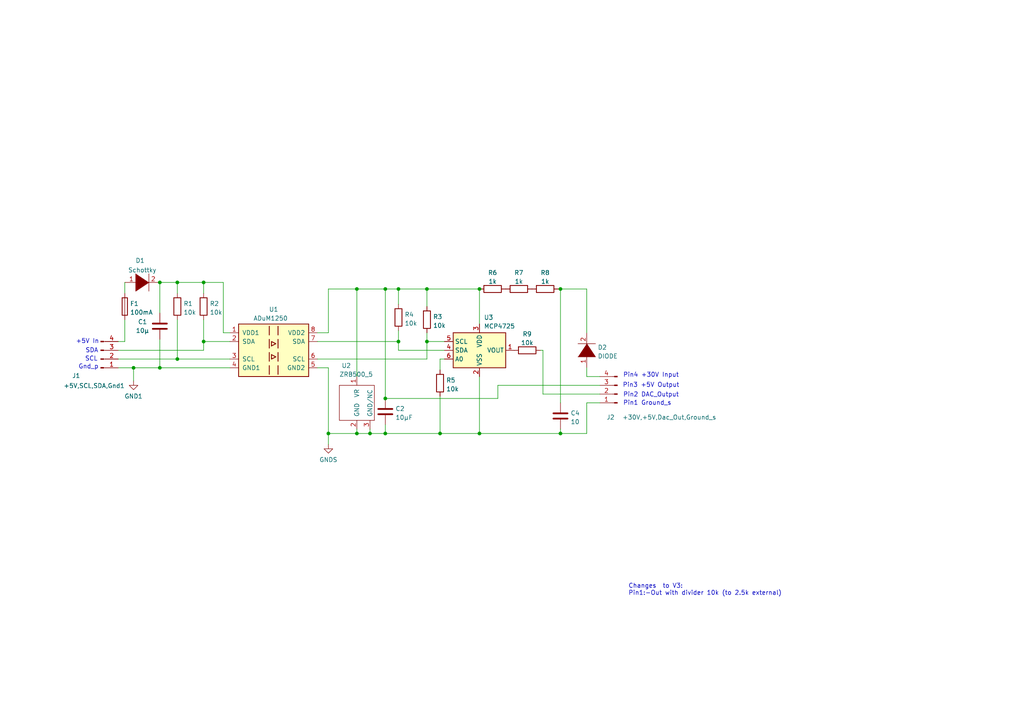
<source format=kicad_sch>
(kicad_sch (version 20211123) (generator eeschema)

  (uuid 6c2d679b-4a9f-4cce-a301-7f8a606e5441)

  (paper "A4")

  (lib_symbols
    (symbol "Analog_DAC:MCP4725xxx-xCH" (in_bom yes) (on_board yes)
      (property "Reference" "U" (id 0) (at -6.35 6.35 0)
        (effects (font (size 1.27 1.27)))
      )
      (property "Value" "MCP4725xxx-xCH" (id 1) (at 8.89 6.35 0)
        (effects (font (size 1.27 1.27)))
      )
      (property "Footprint" "Package_TO_SOT_SMD:SOT-23-6" (id 2) (at 0 -6.35 0)
        (effects (font (size 1.27 1.27)) hide)
      )
      (property "Datasheet" "http://ww1.microchip.com/downloads/en/DeviceDoc/22039d.pdf" (id 3) (at 0 0 0)
        (effects (font (size 1.27 1.27)) hide)
      )
      (property "ki_keywords" "dac twi" (id 4) (at 0 0 0)
        (effects (font (size 1.27 1.27)) hide)
      )
      (property "ki_description" "12-bit Digital-to-Analog Converter, integrated EEPROM, I2C interface, SOT-23-6" (id 5) (at 0 0 0)
        (effects (font (size 1.27 1.27)) hide)
      )
      (property "ki_fp_filters" "SOT?23*" (id 6) (at 0 0 0)
        (effects (font (size 1.27 1.27)) hide)
      )
      (symbol "MCP4725xxx-xCH_0_1"
        (rectangle (start -7.62 5.08) (end 7.62 -5.08)
          (stroke (width 0.254) (type default) (color 0 0 0 0))
          (fill (type background))
        )
      )
      (symbol "MCP4725xxx-xCH_1_1"
        (pin output line (at 10.16 0 180) (length 2.54)
          (name "VOUT" (effects (font (size 1.27 1.27))))
          (number "1" (effects (font (size 1.27 1.27))))
        )
        (pin power_in line (at 0 -7.62 90) (length 2.54)
          (name "VSS" (effects (font (size 1.27 1.27))))
          (number "2" (effects (font (size 1.27 1.27))))
        )
        (pin power_in line (at 0 7.62 270) (length 2.54)
          (name "VDD" (effects (font (size 1.27 1.27))))
          (number "3" (effects (font (size 1.27 1.27))))
        )
        (pin bidirectional line (at -10.16 0 0) (length 2.54)
          (name "SDA" (effects (font (size 1.27 1.27))))
          (number "4" (effects (font (size 1.27 1.27))))
        )
        (pin input line (at -10.16 2.54 0) (length 2.54)
          (name "SCL" (effects (font (size 1.27 1.27))))
          (number "5" (effects (font (size 1.27 1.27))))
        )
        (pin input line (at -10.16 -2.54 0) (length 2.54)
          (name "A0" (effects (font (size 1.27 1.27))))
          (number "6" (effects (font (size 1.27 1.27))))
        )
      )
    )
    (symbol "Connector:Conn_01x04_Male" (pin_names (offset 1.016) hide) (in_bom yes) (on_board yes)
      (property "Reference" "J" (id 0) (at 0 5.08 0)
        (effects (font (size 1.27 1.27)))
      )
      (property "Value" "Conn_01x04_Male" (id 1) (at 0 -7.62 0)
        (effects (font (size 1.27 1.27)))
      )
      (property "Footprint" "" (id 2) (at 0 0 0)
        (effects (font (size 1.27 1.27)) hide)
      )
      (property "Datasheet" "~" (id 3) (at 0 0 0)
        (effects (font (size 1.27 1.27)) hide)
      )
      (property "ki_keywords" "connector" (id 4) (at 0 0 0)
        (effects (font (size 1.27 1.27)) hide)
      )
      (property "ki_description" "Generic connector, single row, 01x04, script generated (kicad-library-utils/schlib/autogen/connector/)" (id 5) (at 0 0 0)
        (effects (font (size 1.27 1.27)) hide)
      )
      (property "ki_fp_filters" "Connector*:*_1x??_*" (id 6) (at 0 0 0)
        (effects (font (size 1.27 1.27)) hide)
      )
      (symbol "Conn_01x04_Male_1_1"
        (polyline
          (pts
            (xy 1.27 -5.08)
            (xy 0.8636 -5.08)
          )
          (stroke (width 0.1524) (type default) (color 0 0 0 0))
          (fill (type none))
        )
        (polyline
          (pts
            (xy 1.27 -2.54)
            (xy 0.8636 -2.54)
          )
          (stroke (width 0.1524) (type default) (color 0 0 0 0))
          (fill (type none))
        )
        (polyline
          (pts
            (xy 1.27 0)
            (xy 0.8636 0)
          )
          (stroke (width 0.1524) (type default) (color 0 0 0 0))
          (fill (type none))
        )
        (polyline
          (pts
            (xy 1.27 2.54)
            (xy 0.8636 2.54)
          )
          (stroke (width 0.1524) (type default) (color 0 0 0 0))
          (fill (type none))
        )
        (rectangle (start 0.8636 -4.953) (end 0 -5.207)
          (stroke (width 0.1524) (type default) (color 0 0 0 0))
          (fill (type outline))
        )
        (rectangle (start 0.8636 -2.413) (end 0 -2.667)
          (stroke (width 0.1524) (type default) (color 0 0 0 0))
          (fill (type outline))
        )
        (rectangle (start 0.8636 0.127) (end 0 -0.127)
          (stroke (width 0.1524) (type default) (color 0 0 0 0))
          (fill (type outline))
        )
        (rectangle (start 0.8636 2.667) (end 0 2.413)
          (stroke (width 0.1524) (type default) (color 0 0 0 0))
          (fill (type outline))
        )
        (pin passive line (at 5.08 2.54 180) (length 3.81)
          (name "Pin_1" (effects (font (size 1.27 1.27))))
          (number "1" (effects (font (size 1.27 1.27))))
        )
        (pin passive line (at 5.08 0 180) (length 3.81)
          (name "Pin_2" (effects (font (size 1.27 1.27))))
          (number "2" (effects (font (size 1.27 1.27))))
        )
        (pin passive line (at 5.08 -2.54 180) (length 3.81)
          (name "Pin_3" (effects (font (size 1.27 1.27))))
          (number "3" (effects (font (size 1.27 1.27))))
        )
        (pin passive line (at 5.08 -5.08 180) (length 3.81)
          (name "Pin_4" (effects (font (size 1.27 1.27))))
          (number "4" (effects (font (size 1.27 1.27))))
        )
      )
    )
    (symbol "Device:C" (pin_numbers hide) (pin_names (offset 0.254)) (in_bom yes) (on_board yes)
      (property "Reference" "C" (id 0) (at 0.635 2.54 0)
        (effects (font (size 1.27 1.27)) (justify left))
      )
      (property "Value" "C" (id 1) (at 0.635 -2.54 0)
        (effects (font (size 1.27 1.27)) (justify left))
      )
      (property "Footprint" "" (id 2) (at 0.9652 -3.81 0)
        (effects (font (size 1.27 1.27)) hide)
      )
      (property "Datasheet" "~" (id 3) (at 0 0 0)
        (effects (font (size 1.27 1.27)) hide)
      )
      (property "ki_keywords" "cap capacitor" (id 4) (at 0 0 0)
        (effects (font (size 1.27 1.27)) hide)
      )
      (property "ki_description" "Unpolarized capacitor" (id 5) (at 0 0 0)
        (effects (font (size 1.27 1.27)) hide)
      )
      (property "ki_fp_filters" "C_*" (id 6) (at 0 0 0)
        (effects (font (size 1.27 1.27)) hide)
      )
      (symbol "C_0_1"
        (polyline
          (pts
            (xy -2.032 -0.762)
            (xy 2.032 -0.762)
          )
          (stroke (width 0.508) (type default) (color 0 0 0 0))
          (fill (type none))
        )
        (polyline
          (pts
            (xy -2.032 0.762)
            (xy 2.032 0.762)
          )
          (stroke (width 0.508) (type default) (color 0 0 0 0))
          (fill (type none))
        )
      )
      (symbol "C_1_1"
        (pin passive line (at 0 3.81 270) (length 2.794)
          (name "~" (effects (font (size 1.27 1.27))))
          (number "1" (effects (font (size 1.27 1.27))))
        )
        (pin passive line (at 0 -3.81 90) (length 2.794)
          (name "~" (effects (font (size 1.27 1.27))))
          (number "2" (effects (font (size 1.27 1.27))))
        )
      )
    )
    (symbol "Device:Fuse" (pin_numbers hide) (pin_names (offset 0)) (in_bom yes) (on_board yes)
      (property "Reference" "F" (id 0) (at 2.032 0 90)
        (effects (font (size 1.27 1.27)))
      )
      (property "Value" "Fuse" (id 1) (at -1.905 0 90)
        (effects (font (size 1.27 1.27)))
      )
      (property "Footprint" "" (id 2) (at -1.778 0 90)
        (effects (font (size 1.27 1.27)) hide)
      )
      (property "Datasheet" "~" (id 3) (at 0 0 0)
        (effects (font (size 1.27 1.27)) hide)
      )
      (property "ki_keywords" "fuse" (id 4) (at 0 0 0)
        (effects (font (size 1.27 1.27)) hide)
      )
      (property "ki_description" "Fuse" (id 5) (at 0 0 0)
        (effects (font (size 1.27 1.27)) hide)
      )
      (property "ki_fp_filters" "*Fuse*" (id 6) (at 0 0 0)
        (effects (font (size 1.27 1.27)) hide)
      )
      (symbol "Fuse_0_1"
        (rectangle (start -0.762 -2.54) (end 0.762 2.54)
          (stroke (width 0.254) (type default) (color 0 0 0 0))
          (fill (type none))
        )
        (polyline
          (pts
            (xy 0 2.54)
            (xy 0 -2.54)
          )
          (stroke (width 0) (type default) (color 0 0 0 0))
          (fill (type none))
        )
      )
      (symbol "Fuse_1_1"
        (pin passive line (at 0 3.81 270) (length 1.27)
          (name "~" (effects (font (size 1.27 1.27))))
          (number "1" (effects (font (size 1.27 1.27))))
        )
        (pin passive line (at 0 -3.81 90) (length 1.27)
          (name "~" (effects (font (size 1.27 1.27))))
          (number "2" (effects (font (size 1.27 1.27))))
        )
      )
    )
    (symbol "Device:R" (pin_numbers hide) (pin_names (offset 0)) (in_bom yes) (on_board yes)
      (property "Reference" "R" (id 0) (at 2.032 0 90)
        (effects (font (size 1.27 1.27)))
      )
      (property "Value" "R" (id 1) (at 0 0 90)
        (effects (font (size 1.27 1.27)))
      )
      (property "Footprint" "" (id 2) (at -1.778 0 90)
        (effects (font (size 1.27 1.27)) hide)
      )
      (property "Datasheet" "~" (id 3) (at 0 0 0)
        (effects (font (size 1.27 1.27)) hide)
      )
      (property "ki_keywords" "R res resistor" (id 4) (at 0 0 0)
        (effects (font (size 1.27 1.27)) hide)
      )
      (property "ki_description" "Resistor" (id 5) (at 0 0 0)
        (effects (font (size 1.27 1.27)) hide)
      )
      (property "ki_fp_filters" "R_*" (id 6) (at 0 0 0)
        (effects (font (size 1.27 1.27)) hide)
      )
      (symbol "R_0_1"
        (rectangle (start -1.016 -2.54) (end 1.016 2.54)
          (stroke (width 0.254) (type default) (color 0 0 0 0))
          (fill (type none))
        )
      )
      (symbol "R_1_1"
        (pin passive line (at 0 3.81 270) (length 1.27)
          (name "~" (effects (font (size 1.27 1.27))))
          (number "1" (effects (font (size 1.27 1.27))))
        )
        (pin passive line (at 0 -3.81 90) (length 1.27)
          (name "~" (effects (font (size 1.27 1.27))))
          (number "2" (effects (font (size 1.27 1.27))))
        )
      )
    )
    (symbol "I2C_ADUM_1-rescue:ZRB500_5-kalle" (pin_names (offset 1.016)) (in_bom yes) (on_board yes)
      (property "Reference" "U2" (id 0) (at 3.175 0.635 0)
        (effects (font (size 1.27 1.27)) (justify left))
      )
      (property "Value" "ZRB500_5" (id 1) (at 2.54 -1.905 0)
        (effects (font (size 1.27 1.27)) (justify left))
      )
      (property "Footprint" "Package_TO_SOT_SMD:SOT-23-3" (id 2) (at 8.89 -25.4 0)
        (effects (font (size 1.27 1.27)) hide)
      )
      (property "Datasheet" "C:\\Users\\kalle\\Documents\\KiCad\\DataSheet\\ZRB500_5V.pdf" (id 3) (at 0 1.27 0)
        (effects (font (size 1.27 1.27)) hide)
      )
      (symbol "ZRB500_5-kalle_0_1"
        (rectangle (start 2.54 -5.08) (end 12.7 -15.24)
          (stroke (width 0) (type default) (color 0 0 0 0))
          (fill (type none))
        )
        (rectangle (start 12.7 -15.24) (end 12.7 -15.24)
          (stroke (width 0) (type default) (color 0 0 0 0))
          (fill (type none))
        )
      )
      (symbol "ZRB500_5-kalle_1_1"
        (pin input line (at 7.62 -2.54 270) (length 2.54)
          (name "VR" (effects (font (size 1.27 1.27))))
          (number "1" (effects (font (size 1.27 1.27))))
        )
        (pin output line (at 7.62 -17.78 90) (length 2.54)
          (name "GND" (effects (font (size 1.27 1.27))))
          (number "2" (effects (font (size 1.27 1.27))))
        )
        (pin output line (at 11.43 -17.78 90) (length 2.54)
          (name "GND/NC" (effects (font (size 1.27 1.27))))
          (number "3" (effects (font (size 1.27 1.27))))
        )
      )
    )
    (symbol "Isolator:ADuM120N" (pin_names (offset 1.016)) (in_bom yes) (on_board yes)
      (property "Reference" "U1" (id 0) (at 0 11.8618 0)
        (effects (font (size 1.27 1.27)))
      )
      (property "Value" "ADuM1250" (id 1) (at -0.889 9.271 0)
        (effects (font (size 1.27 1.27)))
      )
      (property "Footprint" "Package_SO:SOIC-8_3.9x4.9mm_P1.27mm" (id 2) (at 0 -10.16 0)
        (effects (font (size 1.27 1.27) italic) hide)
      )
      (property "Datasheet" "https://www.analog.com/media/en/technical-documentation/data-sheets/ADuM120N_121N.pdf" (id 3) (at -11.43 10.16 0)
        (effects (font (size 1.27 1.27)) hide)
      )
      (property "ki_keywords" "Dual-channel digital isolator" (id 4) (at 0 0 0)
        (effects (font (size 1.27 1.27)) hide)
      )
      (property "ki_description" "Dual-channel digital isolator,1.8 to 5V, 150Mbs, 3kV" (id 5) (at 0 0 0)
        (effects (font (size 1.27 1.27)) hide)
      )
      (property "ki_fp_filters" "SOIC*3.9x4.9mm*P1.27mm*" (id 6) (at 0 0 0)
        (effects (font (size 1.27 1.27)) hide)
      )
      (symbol "ADuM120N_0_1"
        (rectangle (start -10.16 7.62) (end 10.16 -7.62)
          (stroke (width 0.254) (type default) (color 0 0 0 0))
          (fill (type background))
        )
        (polyline
          (pts
            (xy -1.27 -4.445)
            (xy -1.27 -6.985)
          )
          (stroke (width 0.254) (type default) (color 0 0 0 0))
          (fill (type none))
        )
        (polyline
          (pts
            (xy -1.27 -0.635)
            (xy -1.27 -3.175)
          )
          (stroke (width 0.254) (type default) (color 0 0 0 0))
          (fill (type none))
        )
        (polyline
          (pts
            (xy -1.27 3.175)
            (xy -1.27 0.635)
          )
          (stroke (width 0.254) (type default) (color 0 0 0 0))
          (fill (type none))
        )
        (polyline
          (pts
            (xy -1.27 6.985)
            (xy -1.27 4.445)
          )
          (stroke (width 0.254) (type default) (color 0 0 0 0))
          (fill (type none))
        )
        (polyline
          (pts
            (xy 1.27 -4.445)
            (xy 1.27 -6.985)
          )
          (stroke (width 0.254) (type default) (color 0 0 0 0))
          (fill (type none))
        )
        (polyline
          (pts
            (xy 1.27 -0.635)
            (xy 1.27 -3.175)
          )
          (stroke (width 0.254) (type default) (color 0 0 0 0))
          (fill (type none))
        )
        (polyline
          (pts
            (xy 1.27 3.175)
            (xy 1.27 0.635)
          )
          (stroke (width 0.254) (type default) (color 0 0 0 0))
          (fill (type none))
        )
        (polyline
          (pts
            (xy 1.27 6.985)
            (xy 1.27 4.445)
          )
          (stroke (width 0.254) (type default) (color 0 0 0 0))
          (fill (type none))
        )
        (polyline
          (pts
            (xy -0.635 -1.27)
            (xy -0.635 -2.54)
            (xy 0.635 -1.905)
            (xy -0.635 -1.27)
          )
          (stroke (width 0.254) (type default) (color 0 0 0 0))
          (fill (type none))
        )
        (polyline
          (pts
            (xy -0.635 1.27)
            (xy 0.635 1.905)
            (xy -0.635 2.54)
            (xy -0.635 1.27)
          )
          (stroke (width 0.254) (type default) (color 0 0 0 0))
          (fill (type none))
        )
      )
      (symbol "ADuM120N_1_1"
        (pin power_in line (at -12.7 5.08 0) (length 2.54)
          (name "VDD1" (effects (font (size 1.27 1.27))))
          (number "1" (effects (font (size 1.27 1.27))))
        )
        (pin input line (at -12.7 2.54 0) (length 2.54)
          (name "SDA" (effects (font (size 1.27 1.27))))
          (number "2" (effects (font (size 1.27 1.27))))
        )
        (pin input line (at -12.7 -2.54 0) (length 2.54)
          (name "SCL" (effects (font (size 1.27 1.27))))
          (number "3" (effects (font (size 1.27 1.27))))
        )
        (pin power_in line (at -12.7 -5.08 0) (length 2.54)
          (name "GND1" (effects (font (size 1.27 1.27))))
          (number "4" (effects (font (size 1.27 1.27))))
        )
        (pin power_in line (at 12.7 -5.08 180) (length 2.54)
          (name "GND2" (effects (font (size 1.27 1.27))))
          (number "5" (effects (font (size 1.27 1.27))))
        )
        (pin output line (at 12.7 -2.54 180) (length 2.54)
          (name "SCL" (effects (font (size 1.27 1.27))))
          (number "6" (effects (font (size 1.27 1.27))))
        )
        (pin output line (at 12.7 2.54 180) (length 2.54)
          (name "SDA" (effects (font (size 1.27 1.27))))
          (number "7" (effects (font (size 1.27 1.27))))
        )
        (pin power_in line (at 12.7 5.08 180) (length 2.54)
          (name "VDD2" (effects (font (size 1.27 1.27))))
          (number "8" (effects (font (size 1.27 1.27))))
        )
      )
    )
    (symbol "power:GND1" (power) (pin_names (offset 0)) (in_bom yes) (on_board yes)
      (property "Reference" "#PWR" (id 0) (at 0 -6.35 0)
        (effects (font (size 1.27 1.27)) hide)
      )
      (property "Value" "GND1" (id 1) (at 0 -3.81 0)
        (effects (font (size 1.27 1.27)))
      )
      (property "Footprint" "" (id 2) (at 0 0 0)
        (effects (font (size 1.27 1.27)) hide)
      )
      (property "Datasheet" "" (id 3) (at 0 0 0)
        (effects (font (size 1.27 1.27)) hide)
      )
      (property "ki_keywords" "global power" (id 4) (at 0 0 0)
        (effects (font (size 1.27 1.27)) hide)
      )
      (property "ki_description" "Power symbol creates a global label with name \"GND1\" , ground" (id 5) (at 0 0 0)
        (effects (font (size 1.27 1.27)) hide)
      )
      (symbol "GND1_0_1"
        (polyline
          (pts
            (xy 0 0)
            (xy 0 -1.27)
            (xy 1.27 -1.27)
            (xy 0 -2.54)
            (xy -1.27 -1.27)
            (xy 0 -1.27)
          )
          (stroke (width 0) (type default) (color 0 0 0 0))
          (fill (type none))
        )
      )
      (symbol "GND1_1_1"
        (pin power_in line (at 0 0 270) (length 0) hide
          (name "GND1" (effects (font (size 1.27 1.27))))
          (number "1" (effects (font (size 1.27 1.27))))
        )
      )
    )
    (symbol "power:GNDS" (power) (pin_names (offset 0)) (in_bom yes) (on_board yes)
      (property "Reference" "#PWR" (id 0) (at 0 -6.35 0)
        (effects (font (size 1.27 1.27)) hide)
      )
      (property "Value" "GNDS" (id 1) (at 0 -3.81 0)
        (effects (font (size 1.27 1.27)))
      )
      (property "Footprint" "" (id 2) (at 0 0 0)
        (effects (font (size 1.27 1.27)) hide)
      )
      (property "Datasheet" "" (id 3) (at 0 0 0)
        (effects (font (size 1.27 1.27)) hide)
      )
      (property "ki_keywords" "global power" (id 4) (at 0 0 0)
        (effects (font (size 1.27 1.27)) hide)
      )
      (property "ki_description" "Power symbol creates a global label with name \"GNDS\" , signal ground" (id 5) (at 0 0 0)
        (effects (font (size 1.27 1.27)) hide)
      )
      (symbol "GNDS_0_1"
        (polyline
          (pts
            (xy 0 0)
            (xy 0 -1.27)
            (xy 1.27 -1.27)
            (xy 0 -2.54)
            (xy -1.27 -1.27)
            (xy 0 -1.27)
          )
          (stroke (width 0) (type default) (color 0 0 0 0))
          (fill (type none))
        )
      )
      (symbol "GNDS_1_1"
        (pin power_in line (at 0 0 270) (length 0) hide
          (name "GNDS" (effects (font (size 1.27 1.27))))
          (number "1" (effects (font (size 1.27 1.27))))
        )
      )
    )
    (symbol "pspice:DIODE" (pin_names (offset 1.016) hide) (in_bom yes) (on_board yes)
      (property "Reference" "D" (id 0) (at 0 3.81 0)
        (effects (font (size 1.27 1.27)))
      )
      (property "Value" "DIODE" (id 1) (at 0 -4.445 0)
        (effects (font (size 1.27 1.27)))
      )
      (property "Footprint" "" (id 2) (at 0 0 0)
        (effects (font (size 1.27 1.27)) hide)
      )
      (property "Datasheet" "~" (id 3) (at 0 0 0)
        (effects (font (size 1.27 1.27)) hide)
      )
      (property "ki_keywords" "simulation" (id 4) (at 0 0 0)
        (effects (font (size 1.27 1.27)) hide)
      )
      (property "ki_description" "Diode symbol for simulation only. Pin order incompatible with official kicad footprints" (id 5) (at 0 0 0)
        (effects (font (size 1.27 1.27)) hide)
      )
      (symbol "DIODE_0_1"
        (polyline
          (pts
            (xy 1.905 2.54)
            (xy 1.905 -2.54)
          )
          (stroke (width 0) (type default) (color 0 0 0 0))
          (fill (type none))
        )
        (polyline
          (pts
            (xy -1.905 2.54)
            (xy -1.905 -2.54)
            (xy 1.905 0)
          )
          (stroke (width 0) (type default) (color 0 0 0 0))
          (fill (type outline))
        )
      )
      (symbol "DIODE_1_1"
        (pin input line (at -5.08 0 0) (length 3.81)
          (name "K" (effects (font (size 1.27 1.27))))
          (number "1" (effects (font (size 1.27 1.27))))
        )
        (pin input line (at 5.08 0 180) (length 3.81)
          (name "A" (effects (font (size 1.27 1.27))))
          (number "2" (effects (font (size 1.27 1.27))))
        )
      )
    )
  )

  (junction (at 162.56 83.82) (diameter 0) (color 0 0 0 0)
    (uuid 03725151-e4b9-4006-bc5c-7dfa56c0e188)
  )
  (junction (at 95.25 125.73) (diameter 0) (color 0 0 0 0)
    (uuid 0f55925a-4aea-402a-ad95-3beba76fc700)
  )
  (junction (at 38.735 106.68) (diameter 0) (color 0 0 0 0)
    (uuid 107d93aa-d75f-47d0-9a7d-524795a3f87e)
  )
  (junction (at 127.635 125.73) (diameter 0) (color 0 0 0 0)
    (uuid 18bee2f2-7b7d-4788-bf1a-b3a00ba0c134)
  )
  (junction (at 111.76 115.57) (diameter 0) (color 0 0 0 0)
    (uuid 1e9d2afa-ff02-4fa3-a29a-65e370a499e8)
  )
  (junction (at 51.435 81.915) (diameter 0) (color 0 0 0 0)
    (uuid 2a896d2c-4134-4629-969a-8ba218a544e7)
  )
  (junction (at 139.065 125.73) (diameter 0) (color 0 0 0 0)
    (uuid 33aba918-ae60-4346-9283-7b0bc91a172a)
  )
  (junction (at 123.825 99.06) (diameter 0) (color 0 0 0 0)
    (uuid 3c7947ee-2a5d-4d71-ad61-0be422a1108f)
  )
  (junction (at 162.56 125.73) (diameter 0) (color 0 0 0 0)
    (uuid 3f1d6cfc-9b2a-451a-b6c1-af9d27f7d24d)
  )
  (junction (at 123.825 83.82) (diameter 0) (color 0 0 0 0)
    (uuid 4dd5ddd6-6706-433b-a0ce-ed9df74d4bde)
  )
  (junction (at 111.76 125.73) (diameter 0) (color 0 0 0 0)
    (uuid 6285e1ec-11dd-41a1-aeee-5d69d8595cfd)
  )
  (junction (at 51.435 104.14) (diameter 0) (color 0 0 0 0)
    (uuid 71640518-bae2-4b49-bc48-fd713c4b46cc)
  )
  (junction (at 115.57 99.06) (diameter 0) (color 0 0 0 0)
    (uuid 7f225df3-0708-42a8-9a94-f5a57ecfba49)
  )
  (junction (at 139.065 83.82) (diameter 0) (color 0 0 0 0)
    (uuid 7fc4c419-49ca-4d0d-b093-35be6447ef93)
  )
  (junction (at 59.055 99.06) (diameter 0) (color 0 0 0 0)
    (uuid 82d0d7b6-615b-4e43-8315-8eece247c779)
  )
  (junction (at 46.355 81.915) (diameter 0) (color 0 0 0 0)
    (uuid 8630d31e-90c1-42af-ad02-8dc56af80938)
  )
  (junction (at 46.355 106.68) (diameter 0) (color 0 0 0 0)
    (uuid a140afad-1062-449a-aa5c-9f806004ff44)
  )
  (junction (at 103.505 125.73) (diameter 0) (color 0 0 0 0)
    (uuid b0fcb80e-c87e-407b-bae9-e1da10bfa59b)
  )
  (junction (at 115.57 83.82) (diameter 0) (color 0 0 0 0)
    (uuid b8a0ade3-bf34-4766-958d-7cd507dcad2f)
  )
  (junction (at 111.76 83.82) (diameter 0) (color 0 0 0 0)
    (uuid d498810d-e9f9-4fc4-96e3-cfd146d25f77)
  )
  (junction (at 59.055 81.915) (diameter 0) (color 0 0 0 0)
    (uuid d7205293-41b7-42a7-9220-9ddab4c9b2b0)
  )
  (junction (at 107.315 125.73) (diameter 0) (color 0 0 0 0)
    (uuid d8e2d08a-eb35-4c6f-a0dc-6681ca30c674)
  )
  (junction (at 103.505 83.82) (diameter 0) (color 0 0 0 0)
    (uuid db784abc-29a7-4b6a-aa75-b00af6c22c02)
  )

  (wire (pts (xy 157.48 101.6) (xy 156.718 101.6))
    (stroke (width 0) (type default) (color 0 0 0 0))
    (uuid 0326292b-4b9f-4388-ad2c-57ec87206763)
  )
  (wire (pts (xy 161.925 83.82) (xy 162.56 83.82))
    (stroke (width 0) (type default) (color 0 0 0 0))
    (uuid 05864173-5cf9-4c79-af48-ece886b5df43)
  )
  (wire (pts (xy 38.735 110.49) (xy 38.735 106.68))
    (stroke (width 0) (type default) (color 0 0 0 0))
    (uuid 061ce88d-6749-41b9-b3df-53516a789d95)
  )
  (wire (pts (xy 170.18 96.52) (xy 170.18 83.82))
    (stroke (width 0) (type default) (color 0 0 0 0))
    (uuid 0995f1a1-0e9b-4219-9fbb-a06b638fd3d9)
  )
  (wire (pts (xy 170.18 116.84) (xy 173.99 116.84))
    (stroke (width 0) (type default) (color 0 0 0 0))
    (uuid 0c37d35a-185e-418d-950f-6c296d539492)
  )
  (wire (pts (xy 59.055 92.71) (xy 59.055 99.06))
    (stroke (width 0) (type default) (color 0 0 0 0))
    (uuid 0e240ffe-9505-45ad-b903-ba3c1aba437f)
  )
  (wire (pts (xy 123.825 104.14) (xy 123.825 99.06))
    (stroke (width 0) (type default) (color 0 0 0 0))
    (uuid 107a3486-a957-4a2e-b08c-77bad1b0f936)
  )
  (wire (pts (xy 95.25 106.68) (xy 95.25 125.73))
    (stroke (width 0) (type default) (color 0 0 0 0))
    (uuid 13b0c5ee-dc5f-40b1-94ff-fe68a61baaea)
  )
  (wire (pts (xy 115.57 83.82) (xy 123.825 83.82))
    (stroke (width 0) (type default) (color 0 0 0 0))
    (uuid 14da05ff-d369-4fa4-af94-3bc881d415eb)
  )
  (wire (pts (xy 115.57 99.06) (xy 115.57 101.6))
    (stroke (width 0) (type default) (color 0 0 0 0))
    (uuid 19e24722-0fb8-4c84-9e9c-35974fa4b106)
  )
  (wire (pts (xy 64.77 96.52) (xy 66.675 96.52))
    (stroke (width 0) (type default) (color 0 0 0 0))
    (uuid 219a286c-634b-49c5-9a81-7ead67622540)
  )
  (wire (pts (xy 36.195 81.915) (xy 36.195 85.09))
    (stroke (width 0) (type default) (color 0 0 0 0))
    (uuid 219be19f-a2fe-4743-8f48-27e97c0646e5)
  )
  (wire (pts (xy 64.77 81.915) (xy 64.77 96.52))
    (stroke (width 0) (type default) (color 0 0 0 0))
    (uuid 21a39d0f-25ff-4a48-8311-d04713543222)
  )
  (wire (pts (xy 111.76 83.82) (xy 115.57 83.82))
    (stroke (width 0) (type default) (color 0 0 0 0))
    (uuid 2c66b8f8-6749-4f3b-9b8e-6fa65f473f35)
  )
  (wire (pts (xy 170.18 109.22) (xy 173.99 109.22))
    (stroke (width 0) (type default) (color 0 0 0 0))
    (uuid 2c7e30ed-8cd8-4a05-9f93-580d3f918add)
  )
  (wire (pts (xy 162.56 83.82) (xy 170.18 83.82))
    (stroke (width 0) (type default) (color 0 0 0 0))
    (uuid 2caeee17-1637-41cc-8391-f6ef9e5d2797)
  )
  (wire (pts (xy 115.57 95.885) (xy 115.57 99.06))
    (stroke (width 0) (type default) (color 0 0 0 0))
    (uuid 2dfb60b1-1381-4750-bcac-f8852c84c2fd)
  )
  (wire (pts (xy 123.825 99.06) (xy 128.905 99.06))
    (stroke (width 0) (type default) (color 0 0 0 0))
    (uuid 2e60b8da-b667-4e56-9c36-0d9ebc586039)
  )
  (wire (pts (xy 157.48 101.6) (xy 157.48 114.3))
    (stroke (width 0) (type default) (color 0 0 0 0))
    (uuid 30b5cfdb-0cf0-4bd4-b0a1-af8aacf72c06)
  )
  (wire (pts (xy 34.29 104.14) (xy 51.435 104.14))
    (stroke (width 0) (type default) (color 0 0 0 0))
    (uuid 3101ff60-a8ea-4390-bc35-a5a6e57da932)
  )
  (wire (pts (xy 170.18 125.73) (xy 170.18 116.84))
    (stroke (width 0) (type default) (color 0 0 0 0))
    (uuid 32601648-b568-4a53-ac9a-57e3b21c9340)
  )
  (wire (pts (xy 103.505 83.82) (xy 111.76 83.82))
    (stroke (width 0) (type default) (color 0 0 0 0))
    (uuid 36e08ac8-0809-4d44-a069-e3e0121c6bdf)
  )
  (wire (pts (xy 162.56 125.73) (xy 170.18 125.73))
    (stroke (width 0) (type default) (color 0 0 0 0))
    (uuid 3a3c49ea-2736-4d9e-b0a9-6beeb2004e67)
  )
  (wire (pts (xy 139.065 125.73) (xy 162.56 125.73))
    (stroke (width 0) (type default) (color 0 0 0 0))
    (uuid 3b7c7f54-da7c-48f1-87ff-86583b1565f2)
  )
  (wire (pts (xy 157.48 114.3) (xy 173.99 114.3))
    (stroke (width 0) (type default) (color 0 0 0 0))
    (uuid 3c6ec1a2-166e-48ab-8573-07cde3bc2393)
  )
  (wire (pts (xy 92.075 104.14) (xy 123.825 104.14))
    (stroke (width 0) (type default) (color 0 0 0 0))
    (uuid 4013f9f1-ad78-44af-a3b6-fa956c020d71)
  )
  (wire (pts (xy 123.825 99.06) (xy 123.825 96.52))
    (stroke (width 0) (type default) (color 0 0 0 0))
    (uuid 40307798-4914-4d97-a523-6bd53a0e9d4a)
  )
  (wire (pts (xy 127.635 104.14) (xy 127.635 107.315))
    (stroke (width 0) (type default) (color 0 0 0 0))
    (uuid 492f6b2f-9eec-45c8-8772-7bd9e1f9802d)
  )
  (wire (pts (xy 170.18 106.68) (xy 170.18 109.22))
    (stroke (width 0) (type default) (color 0 0 0 0))
    (uuid 4aafe9e5-045c-4983-be98-93d1193f318b)
  )
  (wire (pts (xy 107.315 125.73) (xy 107.315 124.46))
    (stroke (width 0) (type default) (color 0 0 0 0))
    (uuid 4c54c525-6a2e-4bfd-81ca-19c33894b67e)
  )
  (wire (pts (xy 144.399 111.76) (xy 173.99 111.76))
    (stroke (width 0) (type default) (color 0 0 0 0))
    (uuid 4d4bad4e-55f6-4d7c-88ae-f44886280f29)
  )
  (wire (pts (xy 111.76 115.57) (xy 144.399 115.57))
    (stroke (width 0) (type default) (color 0 0 0 0))
    (uuid 5b14c4e0-7a05-48f0-8e99-d29e16d7c45a)
  )
  (wire (pts (xy 95.25 128.905) (xy 95.25 125.73))
    (stroke (width 0) (type default) (color 0 0 0 0))
    (uuid 6276283a-010c-41cd-93b9-af04ffaca405)
  )
  (wire (pts (xy 111.76 123.19) (xy 111.76 125.73))
    (stroke (width 0) (type default) (color 0 0 0 0))
    (uuid 7029d62b-8fc7-4a65-98ed-ca3e47f97419)
  )
  (wire (pts (xy 139.065 125.73) (xy 139.065 109.22))
    (stroke (width 0) (type default) (color 0 0 0 0))
    (uuid 72c31792-1f29-4b7c-bbf1-fcec9bd69d89)
  )
  (wire (pts (xy 34.29 101.6) (xy 59.055 101.6))
    (stroke (width 0) (type default) (color 0 0 0 0))
    (uuid 73f9dedc-7bc0-445e-ac29-0e467a6971b4)
  )
  (wire (pts (xy 51.435 85.09) (xy 51.435 81.915))
    (stroke (width 0) (type default) (color 0 0 0 0))
    (uuid 7fefbcf9-832c-4f81-8cff-fbe55e20e9bd)
  )
  (wire (pts (xy 128.905 104.14) (xy 127.635 104.14))
    (stroke (width 0) (type default) (color 0 0 0 0))
    (uuid 819c6829-0a4d-4c92-8279-1f67d8db3a35)
  )
  (wire (pts (xy 51.435 92.71) (xy 51.435 104.14))
    (stroke (width 0) (type default) (color 0 0 0 0))
    (uuid 8605d99b-b76b-4c0c-9b7a-772ef592f4a4)
  )
  (wire (pts (xy 107.315 125.73) (xy 111.76 125.73))
    (stroke (width 0) (type default) (color 0 0 0 0))
    (uuid 8718d60d-1166-47af-9259-64750f797c77)
  )
  (wire (pts (xy 139.065 83.82) (xy 139.065 93.98))
    (stroke (width 0) (type default) (color 0 0 0 0))
    (uuid 87a697f1-198f-4457-89a3-86c5770a52f1)
  )
  (wire (pts (xy 38.735 106.68) (xy 46.355 106.68))
    (stroke (width 0) (type default) (color 0 0 0 0))
    (uuid 87bac605-38ab-4dcd-b648-678482a8256d)
  )
  (wire (pts (xy 115.57 83.82) (xy 115.57 88.265))
    (stroke (width 0) (type default) (color 0 0 0 0))
    (uuid 8e6803b0-ccc4-4572-8f8c-80845703bad3)
  )
  (wire (pts (xy 51.435 104.14) (xy 66.675 104.14))
    (stroke (width 0) (type default) (color 0 0 0 0))
    (uuid 92ab2ef7-5e5c-4baa-8600-d96467984438)
  )
  (wire (pts (xy 59.055 99.06) (xy 66.675 99.06))
    (stroke (width 0) (type default) (color 0 0 0 0))
    (uuid 93d49890-3cc8-4616-9efe-cff0dfe3996d)
  )
  (wire (pts (xy 111.76 125.73) (xy 127.635 125.73))
    (stroke (width 0) (type default) (color 0 0 0 0))
    (uuid 93dd3db1-657e-45ea-98a6-e37216c7e8c1)
  )
  (wire (pts (xy 36.195 92.71) (xy 36.195 99.06))
    (stroke (width 0) (type default) (color 0 0 0 0))
    (uuid 9c2d24f1-0772-40c9-9c9d-3b613d799b22)
  )
  (wire (pts (xy 59.055 81.915) (xy 64.77 81.915))
    (stroke (width 0) (type default) (color 0 0 0 0))
    (uuid a03b46e0-4f11-4f20-8444-977b121ce7c0)
  )
  (wire (pts (xy 127.635 114.935) (xy 127.635 125.73))
    (stroke (width 0) (type default) (color 0 0 0 0))
    (uuid a13e5f2a-27d9-4571-9b91-a0839cd93605)
  )
  (wire (pts (xy 149.098 101.6) (xy 149.225 101.6))
    (stroke (width 0) (type default) (color 0 0 0 0))
    (uuid a47977ee-04cb-4ec2-97c1-3fd8e136f589)
  )
  (wire (pts (xy 162.56 83.82) (xy 162.56 116.84))
    (stroke (width 0) (type default) (color 0 0 0 0))
    (uuid a7160a41-c2cc-40e6-a907-050b5e9ffb2b)
  )
  (wire (pts (xy 144.399 111.76) (xy 144.399 115.57))
    (stroke (width 0) (type default) (color 0 0 0 0))
    (uuid a71c20b1-5405-4c3d-9c19-e1bea429ae47)
  )
  (wire (pts (xy 46.355 106.68) (xy 66.675 106.68))
    (stroke (width 0) (type default) (color 0 0 0 0))
    (uuid accf5fe9-454d-41f2-ab8f-03577ea444f6)
  )
  (wire (pts (xy 59.055 81.915) (xy 59.055 85.09))
    (stroke (width 0) (type default) (color 0 0 0 0))
    (uuid af7008f7-c8ce-4b4d-8347-8adf616435e9)
  )
  (wire (pts (xy 46.355 98.425) (xy 46.355 106.68))
    (stroke (width 0) (type default) (color 0 0 0 0))
    (uuid b1059c75-75a3-4792-9a40-bf7b5a8363ff)
  )
  (wire (pts (xy 95.25 125.73) (xy 103.505 125.73))
    (stroke (width 0) (type default) (color 0 0 0 0))
    (uuid b98931c3-1b4c-456d-b6f9-b1352cfd3b2f)
  )
  (wire (pts (xy 46.355 81.915) (xy 51.435 81.915))
    (stroke (width 0) (type default) (color 0 0 0 0))
    (uuid b99f653e-7fec-4c46-a7f7-cb1fe18f402a)
  )
  (wire (pts (xy 123.825 83.82) (xy 123.825 88.9))
    (stroke (width 0) (type default) (color 0 0 0 0))
    (uuid c6f70f58-bd8e-4c7e-9a75-99e993314daa)
  )
  (wire (pts (xy 92.075 96.52) (xy 95.25 96.52))
    (stroke (width 0) (type default) (color 0 0 0 0))
    (uuid ca604afe-b5f8-4f0d-8dda-ef4839637047)
  )
  (wire (pts (xy 92.075 106.68) (xy 95.25 106.68))
    (stroke (width 0) (type default) (color 0 0 0 0))
    (uuid cfcc25d3-c095-43b5-a12d-1d70831d9fc2)
  )
  (wire (pts (xy 34.29 99.06) (xy 36.195 99.06))
    (stroke (width 0) (type default) (color 0 0 0 0))
    (uuid d01601fa-481c-4e5a-aa74-1490d2d8a83e)
  )
  (wire (pts (xy 162.56 124.46) (xy 162.56 125.73))
    (stroke (width 0) (type default) (color 0 0 0 0))
    (uuid d513fd50-552a-4bf0-9887-0cc694a4695c)
  )
  (wire (pts (xy 103.505 83.82) (xy 103.505 109.22))
    (stroke (width 0) (type default) (color 0 0 0 0))
    (uuid d58fd6ee-31f0-4ff2-94d2-370d281155c5)
  )
  (wire (pts (xy 51.435 81.915) (xy 59.055 81.915))
    (stroke (width 0) (type default) (color 0 0 0 0))
    (uuid d6c1ecf5-4e94-47af-bc81-eb5f99ef4ca8)
  )
  (wire (pts (xy 111.633 115.57) (xy 111.76 115.57))
    (stroke (width 0) (type default) (color 0 0 0 0))
    (uuid d78442ba-faec-4164-bd15-dd30a1ca7255)
  )
  (wire (pts (xy 103.505 125.73) (xy 107.315 125.73))
    (stroke (width 0) (type default) (color 0 0 0 0))
    (uuid dbcd7e1e-78eb-4d81-825f-981377c18f85)
  )
  (wire (pts (xy 92.075 99.06) (xy 115.57 99.06))
    (stroke (width 0) (type default) (color 0 0 0 0))
    (uuid ea5c331d-2aef-4977-a31a-32eac40c7e65)
  )
  (wire (pts (xy 95.25 83.82) (xy 103.505 83.82))
    (stroke (width 0) (type default) (color 0 0 0 0))
    (uuid eb4b70fc-a4ff-4e14-ab4c-0a940b10dd4b)
  )
  (wire (pts (xy 127.635 125.73) (xy 139.065 125.73))
    (stroke (width 0) (type default) (color 0 0 0 0))
    (uuid eb879536-beba-4b6b-a06a-b6c0f4a92d28)
  )
  (wire (pts (xy 46.355 81.915) (xy 46.355 90.805))
    (stroke (width 0) (type default) (color 0 0 0 0))
    (uuid ec025939-70ac-488e-a60e-f315cffdd28a)
  )
  (wire (pts (xy 111.76 83.82) (xy 111.76 115.57))
    (stroke (width 0) (type default) (color 0 0 0 0))
    (uuid f664de33-750b-42b6-a5b3-56b54efb5c0f)
  )
  (wire (pts (xy 103.505 124.46) (xy 103.505 125.73))
    (stroke (width 0) (type default) (color 0 0 0 0))
    (uuid f6ebbe3e-8c15-4180-91c9-d3c89b8d9ea9)
  )
  (wire (pts (xy 123.825 83.82) (xy 139.065 83.82))
    (stroke (width 0) (type default) (color 0 0 0 0))
    (uuid f946cb35-61e3-45cd-867e-315625ad2b47)
  )
  (wire (pts (xy 115.57 101.6) (xy 128.905 101.6))
    (stroke (width 0) (type default) (color 0 0 0 0))
    (uuid fbd3a329-d990-4e3d-b121-8a515971fb3d)
  )
  (wire (pts (xy 59.055 99.06) (xy 59.055 101.6))
    (stroke (width 0) (type default) (color 0 0 0 0))
    (uuid fe53a57b-387f-4a65-804d-080c0558a190)
  )
  (wire (pts (xy 34.29 106.68) (xy 38.735 106.68))
    (stroke (width 0) (type default) (color 0 0 0 0))
    (uuid fed2a252-d077-46e3-9140-b2b15a1c3b22)
  )
  (wire (pts (xy 95.25 96.52) (xy 95.25 83.82))
    (stroke (width 0) (type default) (color 0 0 0 0))
    (uuid ffbde2eb-79dd-42e9-849b-9bed7e048f80)
  )

  (text "Pin2 DAC_Output" (at 180.721 115.316 0)
    (effects (font (size 1.27 1.27)) (justify left bottom))
    (uuid 015cc3ea-b802-4a2f-8a81-76dc383209a4)
  )
  (text "Changes  to V3:\nPin1:-Out with divider 10k (to 2.5k external)"
    (at 182.245 172.847 0)
    (effects (font (size 1.27 1.27)) (justify left bottom))
    (uuid 12ee2fa1-8cdb-4bd0-a4c7-6e90b554a718)
  )
  (text "+5V In" (at 21.971 99.822 0)
    (effects (font (size 1.27 1.27)) (justify left bottom))
    (uuid 33db91b9-5acd-4159-9907-de52226cccb2)
  )
  (text "Pin3 +5V Output" (at 180.594 112.522 0)
    (effects (font (size 1.27 1.27)) (justify left bottom))
    (uuid 597e573a-c5fb-4cb6-ac45-e2b5ffe8ecc4)
  )
  (text "Gnd_p" (at 22.733 107.188 0)
    (effects (font (size 1.27 1.27)) (justify left bottom))
    (uuid 71bdde45-b81f-4e34-80ec-8bd37f4e206b)
  )
  (text "SDA" (at 24.765 102.489 0)
    (effects (font (size 1.27 1.27)) (justify left bottom))
    (uuid 8ecefb2b-96cb-4f2d-95cb-4dbfe5570c5d)
  )
  (text "Pin1 Ground_s" (at 180.721 117.729 0)
    (effects (font (size 1.27 1.27)) (justify left bottom))
    (uuid d25998f5-7b38-4557-a3a8-4b3fc03beb3a)
  )
  (text "SCL" (at 24.638 104.902 0)
    (effects (font (size 1.27 1.27)) (justify left bottom))
    (uuid dee2319e-13d8-40f4-ae0f-f1193b2b42fb)
  )
  (text "Pin4 +30V Input" (at 180.721 109.601 0)
    (effects (font (size 1.27 1.27)) (justify left bottom))
    (uuid fb941427-6729-49f5-bbc6-ee22b16cc8cc)
  )

  (symbol (lib_id "I2C_ADUM_1-rescue:ZRB500_5-kalle") (at 95.885 106.68 0) (unit 1)
    (in_bom yes) (on_board yes)
    (uuid 00000000-0000-0000-0000-000063bce193)
    (property "Reference" "U2" (id 0) (at 99.06 106.045 0)
      (effects (font (size 1.27 1.27)) (justify left))
    )
    (property "Value" "ZRB500_5" (id 1) (at 98.425 108.585 0)
      (effects (font (size 1.27 1.27)) (justify left))
    )
    (property "Footprint" "Package_TO_SOT_SMD:SOT-23-3" (id 2) (at 104.775 132.08 0)
      (effects (font (size 1.27 1.27)) hide)
    )
    (property "Datasheet" "C:\\Users\\kalle\\Documents\\KiCad\\DataSheet\\ZRB500_5V.pdf" (id 3) (at 95.885 105.41 0)
      (effects (font (size 1.27 1.27)) hide)
    )
    (pin "1" (uuid b18456e9-5c1f-47ae-83dc-1537fab5ad17))
    (pin "2" (uuid 84e43977-4b58-47b3-933b-e8efced6b6d3))
    (pin "3" (uuid 0ce2c22c-21da-4769-ad88-49390b9df777))
  )

  (symbol (lib_id "Isolator:ADuM120N") (at 79.375 101.6 0) (unit 1)
    (in_bom yes) (on_board yes)
    (uuid 00000000-0000-0000-0000-000063bce914)
    (property "Reference" "U1" (id 0) (at 79.375 89.7382 0))
    (property "Value" "ADuM1250" (id 1) (at 78.486 92.329 0))
    (property "Footprint" "Package_SO:SOIC-8_3.9x4.9mm_P1.27mm" (id 2) (at 79.375 111.76 0)
      (effects (font (size 1.27 1.27) italic) hide)
    )
    (property "Datasheet" "https://www.analog.com/media/en/technical-documentation/data-sheets/ADuM120N_121N.pdf" (id 3) (at 67.945 91.44 0)
      (effects (font (size 1.27 1.27)) hide)
    )
    (pin "1" (uuid be81e5d9-ef8c-4fad-94c4-0be38783a973))
    (pin "2" (uuid 99f56dd0-18e5-418b-9480-0d8783a8801b))
    (pin "3" (uuid e06de6db-4618-460f-ba8e-ffd5047fb741))
    (pin "4" (uuid 6b3a507a-7681-48f4-9e0c-1aeec8e9d535))
    (pin "5" (uuid e73318d8-fab7-4eda-aebe-2ddda0a8eb04))
    (pin "6" (uuid 0b6ec190-73b6-4914-8779-49ccf42ec9c3))
    (pin "7" (uuid 571ace1f-d351-46e6-837c-5dccdb119876))
    (pin "8" (uuid d5cdc74a-0a46-4e72-b031-909038b65a9c))
  )

  (symbol (lib_id "Analog_DAC:MCP4725xxx-xCH") (at 139.065 101.6 0) (unit 1)
    (in_bom yes) (on_board yes)
    (uuid 00000000-0000-0000-0000-000063bcfb92)
    (property "Reference" "U3" (id 0) (at 140.335 92.075 0)
      (effects (font (size 1.27 1.27)) (justify left))
    )
    (property "Value" "MCP4725" (id 1) (at 140.335 94.615 0)
      (effects (font (size 1.27 1.27)) (justify left))
    )
    (property "Footprint" "Package_TO_SOT_SMD:SOT-23-6" (id 2) (at 139.065 107.95 0)
      (effects (font (size 1.27 1.27)) hide)
    )
    (property "Datasheet" "http://ww1.microchip.com/downloads/en/DeviceDoc/22039d.pdf" (id 3) (at 139.065 101.6 0)
      (effects (font (size 1.27 1.27)) hide)
    )
    (pin "1" (uuid 175c41b7-66e8-48d8-8717-eefeb6a8c246))
    (pin "2" (uuid ca4c6e3f-1f20-4039-b38a-16662269b69e))
    (pin "3" (uuid 18fcd02d-998a-4dc1-9326-20c9a57610c7))
    (pin "4" (uuid 74391b85-ac11-4cd6-be47-ef399541eb53))
    (pin "5" (uuid 6594d99d-3299-489c-936e-45e3f478af46))
    (pin "6" (uuid 9ce80519-172f-498a-b904-aa8cc84de143))
  )

  (symbol (lib_id "Device:R") (at 127.635 111.125 0) (unit 1)
    (in_bom yes) (on_board yes) (fields_autoplaced)
    (uuid 073b4375-af38-4d63-b953-739186652394)
    (property "Reference" "R5" (id 0) (at 129.413 110.2903 0)
      (effects (font (size 1.27 1.27)) (justify left))
    )
    (property "Value" "10k" (id 1) (at 129.413 112.8272 0)
      (effects (font (size 1.27 1.27)) (justify left))
    )
    (property "Footprint" "Resistor_SMD:R_1206_3216Metric_Pad1.30x1.75mm_HandSolder" (id 2) (at 125.857 111.125 90)
      (effects (font (size 1.27 1.27)) hide)
    )
    (property "Datasheet" "~" (id 3) (at 127.635 111.125 0)
      (effects (font (size 1.27 1.27)) hide)
    )
    (pin "1" (uuid 2e90e4e4-0a9a-4992-883d-3520860557f1))
    (pin "2" (uuid 38b97fca-ae39-48c6-8aa8-074a6952c84d))
  )

  (symbol (lib_id "Device:R") (at 152.908 101.6 90) (unit 1)
    (in_bom yes) (on_board yes) (fields_autoplaced)
    (uuid 1d1af1d1-f1ba-48c7-81a9-5e3a8d321db8)
    (property "Reference" "R9" (id 0) (at 152.908 96.8842 90))
    (property "Value" "10k" (id 1) (at 152.908 99.4211 90))
    (property "Footprint" "Resistor_SMD:R_1206_3216Metric_Pad1.30x1.75mm_HandSolder" (id 2) (at 152.908 103.378 90)
      (effects (font (size 1.27 1.27)) hide)
    )
    (property "Datasheet" "~" (id 3) (at 152.908 101.6 0)
      (effects (font (size 1.27 1.27)) hide)
    )
    (pin "1" (uuid 992a7dfa-445e-4408-ad18-6f7196ad1bee))
    (pin "2" (uuid 9eb5fb81-96c4-4d3b-be94-677b71e795b1))
  )

  (symbol (lib_id "pspice:DIODE") (at 170.18 101.6 90) (unit 1)
    (in_bom yes) (on_board yes) (fields_autoplaced)
    (uuid 1f7a58de-44f9-416d-94e2-a0ffa0b185a0)
    (property "Reference" "D2" (id 0) (at 173.355 100.7653 90)
      (effects (font (size 1.27 1.27)) (justify right))
    )
    (property "Value" "DIODE" (id 1) (at 173.355 103.3022 90)
      (effects (font (size 1.27 1.27)) (justify right))
    )
    (property "Footprint" "Diode_SMD:D_0805_2012Metric_Pad1.15x1.40mm_HandSolder" (id 2) (at 170.18 101.6 0)
      (effects (font (size 1.27 1.27)) hide)
    )
    (property "Datasheet" "~" (id 3) (at 170.18 101.6 0)
      (effects (font (size 1.27 1.27)) hide)
    )
    (pin "1" (uuid c57ceac5-f633-467c-b8f9-65e3551245c6))
    (pin "2" (uuid 26cb70ff-3b03-42aa-8783-80c4447dd405))
  )

  (symbol (lib_id "Device:R") (at 158.115 83.82 90) (unit 1)
    (in_bom yes) (on_board yes) (fields_autoplaced)
    (uuid 2c8c7142-ed02-40a0-9157-8239972ab3de)
    (property "Reference" "R8" (id 0) (at 158.115 79.1042 90))
    (property "Value" "1k" (id 1) (at 158.115 81.6411 90))
    (property "Footprint" "Resistor_SMD:R_1206_3216Metric_Pad1.30x1.75mm_HandSolder" (id 2) (at 158.115 85.598 90)
      (effects (font (size 1.27 1.27)) hide)
    )
    (property "Datasheet" "~" (id 3) (at 158.115 83.82 0)
      (effects (font (size 1.27 1.27)) hide)
    )
    (pin "1" (uuid 02ec891f-a55d-4e83-b194-7f8528fa0eaf))
    (pin "2" (uuid fa1a8496-7143-4b64-9278-86741d4438de))
  )

  (symbol (lib_id "Device:C") (at 111.76 119.38 0) (unit 1)
    (in_bom yes) (on_board yes) (fields_autoplaced)
    (uuid 31cd9871-f071-41fe-96c7-e49ae843edcb)
    (property "Reference" "C2" (id 0) (at 114.681 118.5453 0)
      (effects (font (size 1.27 1.27)) (justify left))
    )
    (property "Value" "10µF" (id 1) (at 114.681 121.0822 0)
      (effects (font (size 1.27 1.27)) (justify left))
    )
    (property "Footprint" "Capacitor_SMD:C_1210_3225Metric_Pad1.33x2.70mm_HandSolder" (id 2) (at 112.7252 123.19 0)
      (effects (font (size 1.27 1.27)) hide)
    )
    (property "Datasheet" "~" (id 3) (at 111.76 119.38 0)
      (effects (font (size 1.27 1.27)) hide)
    )
    (pin "1" (uuid bcc2a881-d5c6-47ad-9b81-48825c2ce313))
    (pin "2" (uuid d1ee8d0d-4d2b-4901-b2a1-0dcce30555c7))
  )

  (symbol (lib_id "Device:R") (at 51.435 88.9 0) (unit 1)
    (in_bom yes) (on_board yes) (fields_autoplaced)
    (uuid 3ac6a1bd-a871-42ff-85f0-2d67e5d59e83)
    (property "Reference" "R1" (id 0) (at 53.213 88.0653 0)
      (effects (font (size 1.27 1.27)) (justify left))
    )
    (property "Value" "10k" (id 1) (at 53.213 90.6022 0)
      (effects (font (size 1.27 1.27)) (justify left))
    )
    (property "Footprint" "Resistor_SMD:R_1206_3216Metric_Pad1.30x1.75mm_HandSolder" (id 2) (at 49.657 88.9 90)
      (effects (font (size 1.27 1.27)) hide)
    )
    (property "Datasheet" "~" (id 3) (at 51.435 88.9 0)
      (effects (font (size 1.27 1.27)) hide)
    )
    (pin "1" (uuid 5512b6fb-f6dc-40ef-879b-87f2ad2a7195))
    (pin "2" (uuid aedd75d4-4c3b-4de4-a421-77cc60e9ddc9))
  )

  (symbol (lib_id "Device:C") (at 162.56 120.65 0) (unit 1)
    (in_bom yes) (on_board yes) (fields_autoplaced)
    (uuid 554bd703-e138-4207-91cf-80de6fe55525)
    (property "Reference" "C4" (id 0) (at 165.481 119.8153 0)
      (effects (font (size 1.27 1.27)) (justify left))
    )
    (property "Value" "10" (id 1) (at 165.481 122.3522 0)
      (effects (font (size 1.27 1.27)) (justify left))
    )
    (property "Footprint" "Capacitor_SMD:C_1210_3225Metric_Pad1.33x2.70mm_HandSolder" (id 2) (at 163.5252 124.46 0)
      (effects (font (size 1.27 1.27)) hide)
    )
    (property "Datasheet" "~" (id 3) (at 162.56 120.65 0)
      (effects (font (size 1.27 1.27)) hide)
    )
    (pin "1" (uuid dc34de42-47aa-4154-ae88-2ff2e2ef4bea))
    (pin "2" (uuid 4ec45f1b-9344-4b21-b8f0-e05dca6164ad))
  )

  (symbol (lib_id "power:GND1") (at 38.735 110.49 0) (unit 1)
    (in_bom yes) (on_board yes) (fields_autoplaced)
    (uuid 5688a468-aa9a-4c75-a8f6-c9d8b13b094e)
    (property "Reference" "#PWR0102" (id 0) (at 38.735 116.84 0)
      (effects (font (size 1.27 1.27)) hide)
    )
    (property "Value" "GND1" (id 1) (at 38.735 114.9334 0))
    (property "Footprint" "" (id 2) (at 38.735 110.49 0)
      (effects (font (size 1.27 1.27)) hide)
    )
    (property "Datasheet" "" (id 3) (at 38.735 110.49 0)
      (effects (font (size 1.27 1.27)) hide)
    )
    (pin "1" (uuid cd415260-4222-4f16-b35f-96c9d6caab64))
  )

  (symbol (lib_id "Device:R") (at 115.57 92.075 0) (unit 1)
    (in_bom yes) (on_board yes) (fields_autoplaced)
    (uuid 7b69e35b-4f78-4221-86cc-0dc4dfdf99f5)
    (property "Reference" "R4" (id 0) (at 117.348 91.2403 0)
      (effects (font (size 1.27 1.27)) (justify left))
    )
    (property "Value" "10k" (id 1) (at 117.348 93.7772 0)
      (effects (font (size 1.27 1.27)) (justify left))
    )
    (property "Footprint" "Resistor_SMD:R_1206_3216Metric_Pad1.30x1.75mm_HandSolder" (id 2) (at 113.792 92.075 90)
      (effects (font (size 1.27 1.27)) hide)
    )
    (property "Datasheet" "~" (id 3) (at 115.57 92.075 0)
      (effects (font (size 1.27 1.27)) hide)
    )
    (pin "1" (uuid c4de3517-865b-48fb-8aa3-3b156979467d))
    (pin "2" (uuid dc34c7dc-def6-4ac6-b00a-6d76598e7976))
  )

  (symbol (lib_id "pspice:DIODE") (at 41.275 81.915 0) (unit 1)
    (in_bom yes) (on_board yes)
    (uuid 8d494a70-5ae3-4f1c-b3a9-f290db69625d)
    (property "Reference" "D1" (id 0) (at 40.64 75.565 0))
    (property "Value" "Schottky" (id 1) (at 41.275 78.3391 0))
    (property "Footprint" "Diode_SMD:D_1206_3216Metric_Pad1.42x1.75mm_HandSolder" (id 2) (at 41.275 81.915 0)
      (effects (font (size 1.27 1.27)) hide)
    )
    (property "Datasheet" "~" (id 3) (at 41.275 81.915 0)
      (effects (font (size 1.27 1.27)) hide)
    )
    (pin "1" (uuid 31edcd3a-9dc7-4b44-9355-ad1c9422b4ab))
    (pin "2" (uuid 42dda227-c5d9-4e98-8e47-f177b04a84ea))
  )

  (symbol (lib_id "Connector:Conn_01x04_Male") (at 179.07 114.3 180) (unit 1)
    (in_bom yes) (on_board yes)
    (uuid 8f5d4e3e-88d9-407a-826f-ec00ca32cad5)
    (property "Reference" "J2" (id 0) (at 175.895 121.031 0)
      (effects (font (size 1.27 1.27)) (justify right))
    )
    (property "Value" "+30V,+5V,Dac_Out,Ground_s" (id 1) (at 180.467 121.031 0)
      (effects (font (size 1.27 1.27)) (justify right))
    )
    (property "Footprint" "Connector_PinHeader_2.54mm:PinHeader_1x04_P2.54mm_Vertical" (id 2) (at 179.07 114.3 0)
      (effects (font (size 1.27 1.27)) hide)
    )
    (property "Datasheet" "~" (id 3) (at 179.07 114.3 0)
      (effects (font (size 1.27 1.27)) hide)
    )
    (pin "1" (uuid 01aa271f-9763-4dcc-aa3d-6534830894fc))
    (pin "2" (uuid 2e524540-5747-4cc7-8713-ce4e34fa4037))
    (pin "3" (uuid d7baeb17-a5dc-4662-891e-157d4655c0ec))
    (pin "4" (uuid 16ba9df2-d5ae-49c0-8552-b16967cee42f))
  )

  (symbol (lib_id "Connector:Conn_01x04_Male") (at 29.21 104.14 0) (mirror x) (unit 1)
    (in_bom yes) (on_board yes)
    (uuid 8f885e74-558e-4e73-8e5e-53691944a32e)
    (property "Reference" "J1" (id 0) (at 22.098 108.966 0))
    (property "Value" "+5V,SCL,SDA,Gnd1" (id 1) (at 27.305 111.887 0))
    (property "Footprint" "Connector_PinHeader_2.54mm:PinHeader_1x04_P2.54mm_Vertical" (id 2) (at 29.21 104.14 0)
      (effects (font (size 1.27 1.27)) hide)
    )
    (property "Datasheet" "~" (id 3) (at 29.21 104.14 0)
      (effects (font (size 1.27 1.27)) hide)
    )
    (pin "1" (uuid feb5abb6-83a7-4c9d-b7ae-f0baf1a86769))
    (pin "2" (uuid da46a7ae-1f1c-4b05-96ac-d79324803de9))
    (pin "3" (uuid 0ca4b688-866e-4861-98f2-b123a8745042))
    (pin "4" (uuid 39492cbd-e6e9-43fa-8a8b-b4fbe2a7f96c))
  )

  (symbol (lib_id "power:GNDS") (at 95.25 128.905 0) (unit 1)
    (in_bom yes) (on_board yes) (fields_autoplaced)
    (uuid ae9f028e-ac60-44f5-90fd-ea01a5bc5dac)
    (property "Reference" "#PWR0101" (id 0) (at 95.25 135.255 0)
      (effects (font (size 1.27 1.27)) hide)
    )
    (property "Value" "GNDS" (id 1) (at 95.25 133.3484 0))
    (property "Footprint" "" (id 2) (at 95.25 128.905 0)
      (effects (font (size 1.27 1.27)) hide)
    )
    (property "Datasheet" "" (id 3) (at 95.25 128.905 0)
      (effects (font (size 1.27 1.27)) hide)
    )
    (pin "1" (uuid 88f39398-ee8a-4ee1-8766-cbd9d5697183))
  )

  (symbol (lib_id "Device:R") (at 59.055 88.9 0) (unit 1)
    (in_bom yes) (on_board yes) (fields_autoplaced)
    (uuid b18a1c13-a68f-4848-b626-91d706e6640d)
    (property "Reference" "R2" (id 0) (at 60.833 88.0653 0)
      (effects (font (size 1.27 1.27)) (justify left))
    )
    (property "Value" "10k" (id 1) (at 60.833 90.6022 0)
      (effects (font (size 1.27 1.27)) (justify left))
    )
    (property "Footprint" "Resistor_SMD:R_1206_3216Metric_Pad1.30x1.75mm_HandSolder" (id 2) (at 57.277 88.9 90)
      (effects (font (size 1.27 1.27)) hide)
    )
    (property "Datasheet" "~" (id 3) (at 59.055 88.9 0)
      (effects (font (size 1.27 1.27)) hide)
    )
    (pin "1" (uuid 7af37d56-a6c7-4faf-bb8e-43bc3577ce46))
    (pin "2" (uuid a88a8dc0-399d-432f-937a-c57da863da25))
  )

  (symbol (lib_id "Device:R") (at 150.495 83.82 90) (unit 1)
    (in_bom yes) (on_board yes) (fields_autoplaced)
    (uuid b8153b45-d7e4-4558-8ea7-7e581e60d48d)
    (property "Reference" "R7" (id 0) (at 150.495 79.1042 90))
    (property "Value" "1k" (id 1) (at 150.495 81.6411 90))
    (property "Footprint" "Resistor_SMD:R_1206_3216Metric_Pad1.30x1.75mm_HandSolder" (id 2) (at 150.495 85.598 90)
      (effects (font (size 1.27 1.27)) hide)
    )
    (property "Datasheet" "~" (id 3) (at 150.495 83.82 0)
      (effects (font (size 1.27 1.27)) hide)
    )
    (pin "1" (uuid 1100d0cb-ff06-4738-9b75-efc9c013d4f9))
    (pin "2" (uuid 94e308fe-dc79-4104-bdc0-35866d136a3a))
  )

  (symbol (lib_id "Device:Fuse") (at 36.195 88.9 0) (unit 1)
    (in_bom yes) (on_board yes) (fields_autoplaced)
    (uuid e66def18-d9f4-42c5-bc81-90fd1834ed43)
    (property "Reference" "F1" (id 0) (at 37.719 88.0653 0)
      (effects (font (size 1.27 1.27)) (justify left))
    )
    (property "Value" "100mA" (id 1) (at 37.719 90.6022 0)
      (effects (font (size 1.27 1.27)) (justify left))
    )
    (property "Footprint" "Fuse:Fuse_1206_3216Metric_Pad1.42x1.75mm_HandSolder" (id 2) (at 34.417 88.9 90)
      (effects (font (size 1.27 1.27)) hide)
    )
    (property "Datasheet" "~" (id 3) (at 36.195 88.9 0)
      (effects (font (size 1.27 1.27)) hide)
    )
    (pin "1" (uuid 8064af4d-30ac-4336-9597-e4646a2bbf84))
    (pin "2" (uuid 35e6ca6c-1d8b-47b0-b79e-cfcbcfb902c7))
  )

  (symbol (lib_id "Device:C") (at 46.355 94.615 0) (unit 1)
    (in_bom yes) (on_board yes)
    (uuid e6d2759d-3377-433b-9395-3a201d2db768)
    (property "Reference" "C1" (id 0) (at 40.005 93.345 0)
      (effects (font (size 1.27 1.27)) (justify left))
    )
    (property "Value" "10µ" (id 1) (at 39.37 95.885 0)
      (effects (font (size 1.27 1.27)) (justify left))
    )
    (property "Footprint" "Capacitor_SMD:C_1206_3216Metric_Pad1.33x1.80mm_HandSolder" (id 2) (at 47.3202 98.425 0)
      (effects (font (size 1.27 1.27)) hide)
    )
    (property "Datasheet" "~" (id 3) (at 46.355 94.615 0)
      (effects (font (size 1.27 1.27)) hide)
    )
    (pin "1" (uuid 5556745c-da7c-404b-bfa8-91e7cfbaa156))
    (pin "2" (uuid 1ee0c49a-cea7-4bb6-a508-79957cfce70f))
  )

  (symbol (lib_id "Device:R") (at 142.875 83.82 90) (unit 1)
    (in_bom yes) (on_board yes) (fields_autoplaced)
    (uuid f5ed5dd7-a32a-416f-a0ea-401b0975ca15)
    (property "Reference" "R6" (id 0) (at 142.875 79.1042 90))
    (property "Value" "1k" (id 1) (at 142.875 81.6411 90))
    (property "Footprint" "Resistor_SMD:R_1206_3216Metric_Pad1.30x1.75mm_HandSolder" (id 2) (at 142.875 85.598 90)
      (effects (font (size 1.27 1.27)) hide)
    )
    (property "Datasheet" "~" (id 3) (at 142.875 83.82 0)
      (effects (font (size 1.27 1.27)) hide)
    )
    (pin "1" (uuid fa777f57-8130-4aaf-b7b4-05c8a4e12e23))
    (pin "2" (uuid 4ecf062c-8fd6-4fc1-9244-902041554fc1))
  )

  (symbol (lib_id "Device:R") (at 123.825 92.71 0) (unit 1)
    (in_bom yes) (on_board yes) (fields_autoplaced)
    (uuid fdb021f9-3941-4e95-8806-e63e8ec4d9d2)
    (property "Reference" "R3" (id 0) (at 125.603 91.8753 0)
      (effects (font (size 1.27 1.27)) (justify left))
    )
    (property "Value" "10k" (id 1) (at 125.603 94.4122 0)
      (effects (font (size 1.27 1.27)) (justify left))
    )
    (property "Footprint" "Resistor_SMD:R_1206_3216Metric_Pad1.30x1.75mm_HandSolder" (id 2) (at 122.047 92.71 90)
      (effects (font (size 1.27 1.27)) hide)
    )
    (property "Datasheet" "~" (id 3) (at 123.825 92.71 0)
      (effects (font (size 1.27 1.27)) hide)
    )
    (pin "1" (uuid 609b79c4-aa3c-4173-96b9-76194627747a))
    (pin "2" (uuid f4d307de-14c3-4502-936c-7fc60de17c37))
  )

  (sheet_instances
    (path "/" (page "1"))
  )

  (symbol_instances
    (path "/ae9f028e-ac60-44f5-90fd-ea01a5bc5dac"
      (reference "#PWR0101") (unit 1) (value "GNDS") (footprint "")
    )
    (path "/5688a468-aa9a-4c75-a8f6-c9d8b13b094e"
      (reference "#PWR0102") (unit 1) (value "GND1") (footprint "")
    )
    (path "/e6d2759d-3377-433b-9395-3a201d2db768"
      (reference "C1") (unit 1) (value "10µ") (footprint "Capacitor_SMD:C_1206_3216Metric_Pad1.33x1.80mm_HandSolder")
    )
    (path "/31cd9871-f071-41fe-96c7-e49ae843edcb"
      (reference "C2") (unit 1) (value "10µF") (footprint "Capacitor_SMD:C_1210_3225Metric_Pad1.33x2.70mm_HandSolder")
    )
    (path "/554bd703-e138-4207-91cf-80de6fe55525"
      (reference "C4") (unit 1) (value "10") (footprint "Capacitor_SMD:C_1210_3225Metric_Pad1.33x2.70mm_HandSolder")
    )
    (path "/8d494a70-5ae3-4f1c-b3a9-f290db69625d"
      (reference "D1") (unit 1) (value "Schottky") (footprint "Diode_SMD:D_1206_3216Metric_Pad1.42x1.75mm_HandSolder")
    )
    (path "/1f7a58de-44f9-416d-94e2-a0ffa0b185a0"
      (reference "D2") (unit 1) (value "DIODE") (footprint "Diode_SMD:D_0805_2012Metric_Pad1.15x1.40mm_HandSolder")
    )
    (path "/e66def18-d9f4-42c5-bc81-90fd1834ed43"
      (reference "F1") (unit 1) (value "100mA") (footprint "Fuse:Fuse_1206_3216Metric_Pad1.42x1.75mm_HandSolder")
    )
    (path "/8f885e74-558e-4e73-8e5e-53691944a32e"
      (reference "J1") (unit 1) (value "+5V,SCL,SDA,Gnd1") (footprint "Connector_PinHeader_2.54mm:PinHeader_1x04_P2.54mm_Vertical")
    )
    (path "/8f5d4e3e-88d9-407a-826f-ec00ca32cad5"
      (reference "J2") (unit 1) (value "+30V,+5V,Dac_Out,Ground_s") (footprint "Connector_PinHeader_2.54mm:PinHeader_1x04_P2.54mm_Vertical")
    )
    (path "/3ac6a1bd-a871-42ff-85f0-2d67e5d59e83"
      (reference "R1") (unit 1) (value "10k") (footprint "Resistor_SMD:R_1206_3216Metric_Pad1.30x1.75mm_HandSolder")
    )
    (path "/b18a1c13-a68f-4848-b626-91d706e6640d"
      (reference "R2") (unit 1) (value "10k") (footprint "Resistor_SMD:R_1206_3216Metric_Pad1.30x1.75mm_HandSolder")
    )
    (path "/fdb021f9-3941-4e95-8806-e63e8ec4d9d2"
      (reference "R3") (unit 1) (value "10k") (footprint "Resistor_SMD:R_1206_3216Metric_Pad1.30x1.75mm_HandSolder")
    )
    (path "/7b69e35b-4f78-4221-86cc-0dc4dfdf99f5"
      (reference "R4") (unit 1) (value "10k") (footprint "Resistor_SMD:R_1206_3216Metric_Pad1.30x1.75mm_HandSolder")
    )
    (path "/073b4375-af38-4d63-b953-739186652394"
      (reference "R5") (unit 1) (value "10k") (footprint "Resistor_SMD:R_1206_3216Metric_Pad1.30x1.75mm_HandSolder")
    )
    (path "/f5ed5dd7-a32a-416f-a0ea-401b0975ca15"
      (reference "R6") (unit 1) (value "1k") (footprint "Resistor_SMD:R_1206_3216Metric_Pad1.30x1.75mm_HandSolder")
    )
    (path "/b8153b45-d7e4-4558-8ea7-7e581e60d48d"
      (reference "R7") (unit 1) (value "1k") (footprint "Resistor_SMD:R_1206_3216Metric_Pad1.30x1.75mm_HandSolder")
    )
    (path "/2c8c7142-ed02-40a0-9157-8239972ab3de"
      (reference "R8") (unit 1) (value "1k") (footprint "Resistor_SMD:R_1206_3216Metric_Pad1.30x1.75mm_HandSolder")
    )
    (path "/1d1af1d1-f1ba-48c7-81a9-5e3a8d321db8"
      (reference "R9") (unit 1) (value "10k") (footprint "Resistor_SMD:R_1206_3216Metric_Pad1.30x1.75mm_HandSolder")
    )
    (path "/00000000-0000-0000-0000-000063bce914"
      (reference "U1") (unit 1) (value "ADuM1250") (footprint "Package_SO:SOIC-8_3.9x4.9mm_P1.27mm")
    )
    (path "/00000000-0000-0000-0000-000063bce193"
      (reference "U2") (unit 1) (value "ZRB500_5") (footprint "Package_TO_SOT_SMD:SOT-23-3")
    )
    (path "/00000000-0000-0000-0000-000063bcfb92"
      (reference "U3") (unit 1) (value "MCP4725") (footprint "Package_TO_SOT_SMD:SOT-23-6")
    )
  )
)

</source>
